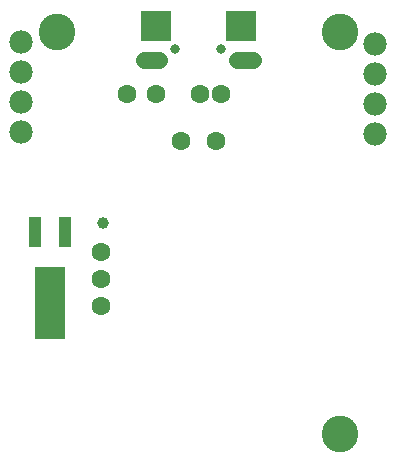
<source format=gbr>
G04 EAGLE Gerber X2 export*
%TF.Part,Single*%
%TF.FileFunction,Soldermask,Bot,1*%
%TF.FilePolarity,Negative*%
%TF.GenerationSoftware,Autodesk,EAGLE,9.0.0*%
%TF.CreationDate,2018-04-30T04:21:51Z*%
G75*
%MOMM*%
%FSLAX34Y34*%
%LPD*%
%AMOC8*
5,1,8,0,0,1.08239X$1,22.5*%
G01*
%ADD10C,0.801600*%
%ADD11R,2.601600X2.601600*%
%ADD12C,1.409600*%
%ADD13C,1.601600*%
%ADD14C,1.001600*%
%ADD15R,2.601600X6.101600*%
%ADD16R,1.101600X2.601600*%
%ADD17C,1.981200*%
%ADD18C,3.101600*%


D10*
X19500Y165780D03*
X-19500Y165780D03*
D11*
X-36000Y184780D03*
X36000Y184780D03*
D12*
X33000Y156780D02*
X46080Y156780D01*
X-33000Y156780D02*
X-46080Y156780D01*
D13*
X-36200Y127800D03*
X19600Y127800D03*
X1700Y127400D03*
X-60800Y127800D03*
D14*
X-80555Y18310D03*
D15*
X-125890Y-49225D03*
D16*
X-113190Y10775D03*
X-138590Y10775D03*
D13*
X-82075Y-6030D03*
X-82075Y-28890D03*
X-82075Y-51750D03*
D17*
X150000Y170000D03*
X150000Y144600D03*
X150000Y119200D03*
X150000Y93800D03*
X-150000Y95000D03*
X-150000Y120400D03*
X-150000Y145800D03*
X-150000Y171200D03*
D13*
X-14920Y87880D03*
X15080Y87520D03*
D18*
X-120000Y180000D03*
X120000Y180000D03*
X120000Y-160000D03*
M02*

</source>
